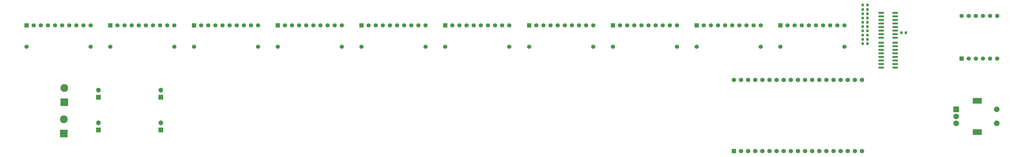
<source format=gbr>
G04 #@! TF.GenerationSoftware,KiCad,Pcbnew,(6.0.6)*
G04 #@! TF.CreationDate,2022-08-14T15:31:57+08:00*
G04 #@! TF.ProjectId,led_scroll,6c65645f-7363-4726-9f6c-6c2e6b696361,rev?*
G04 #@! TF.SameCoordinates,Original*
G04 #@! TF.FileFunction,Soldermask,Top*
G04 #@! TF.FilePolarity,Negative*
%FSLAX46Y46*%
G04 Gerber Fmt 4.6, Leading zero omitted, Abs format (unit mm)*
G04 Created by KiCad (PCBNEW (6.0.6)) date 2022-08-14 15:31:57*
%MOMM*%
%LPD*%
G01*
G04 APERTURE LIST*
G04 Aperture macros list*
%AMRoundRect*
0 Rectangle with rounded corners*
0 $1 Rounding radius*
0 $2 $3 $4 $5 $6 $7 $8 $9 X,Y pos of 4 corners*
0 Add a 4 corners polygon primitive as box body*
4,1,4,$2,$3,$4,$5,$6,$7,$8,$9,$2,$3,0*
0 Add four circle primitives for the rounded corners*
1,1,$1+$1,$2,$3*
1,1,$1+$1,$4,$5*
1,1,$1+$1,$6,$7*
1,1,$1+$1,$8,$9*
0 Add four rect primitives between the rounded corners*
20,1,$1+$1,$2,$3,$4,$5,0*
20,1,$1+$1,$4,$5,$6,$7,0*
20,1,$1+$1,$6,$7,$8,$9,0*
20,1,$1+$1,$8,$9,$2,$3,0*%
G04 Aperture macros list end*
%ADD10RoundRect,0.200000X-0.200000X-0.275000X0.200000X-0.275000X0.200000X0.275000X-0.200000X0.275000X0*%
%ADD11RoundRect,0.200000X0.200000X0.275000X-0.200000X0.275000X-0.200000X-0.275000X0.200000X-0.275000X0*%
%ADD12RoundRect,0.150000X-0.825000X-0.150000X0.825000X-0.150000X0.825000X0.150000X-0.825000X0.150000X0*%
%ADD13R,1.500000X1.500000*%
%ADD14C,1.500000*%
%ADD15C,1.560000*%
%ADD16R,1.560000X1.560000*%
%ADD17O,1.700000X1.700000*%
%ADD18R,1.700000X1.700000*%
%ADD19R,2.800000X2.800000*%
%ADD20C,2.800000*%
%ADD21R,2.000000X2.000000*%
%ADD22C,2.000000*%
%ADD23R,3.200000X2.000000*%
G04 APERTURE END LIST*
D10*
X374747000Y-196938000D03*
X376397000Y-196938000D03*
D11*
X362618000Y-200836000D03*
X360968000Y-200836000D03*
X362618000Y-199312000D03*
X360968000Y-199312000D03*
X362618000Y-197788000D03*
X360968000Y-197788000D03*
X362618000Y-196264000D03*
X360968000Y-196264000D03*
X362618000Y-194740000D03*
X360968000Y-194740000D03*
X362618000Y-193216000D03*
X360968000Y-193216000D03*
X362618000Y-191692000D03*
X360968000Y-191692000D03*
X362618000Y-190168000D03*
X360968000Y-190168000D03*
X360968000Y-188644000D03*
X362618000Y-188644000D03*
X360968000Y-187032000D03*
X362618000Y-187032000D03*
D12*
X372553000Y-200533000D03*
X372553000Y-201803000D03*
X372553000Y-203073000D03*
X372553000Y-204343000D03*
X372553000Y-205613000D03*
X372553000Y-206883000D03*
X372553000Y-208153000D03*
X372553000Y-209423000D03*
X367603000Y-209423000D03*
X367603000Y-208153000D03*
X367603000Y-206883000D03*
X367603000Y-205613000D03*
X367603000Y-204343000D03*
X367603000Y-203073000D03*
X367603000Y-201803000D03*
X367603000Y-200533000D03*
D13*
X241884000Y-194310000D03*
D14*
X244424000Y-194310000D03*
X246964000Y-194310000D03*
X249504000Y-194310000D03*
X252044000Y-194310000D03*
X254584000Y-194310000D03*
X257124000Y-194310000D03*
X259664000Y-194310000D03*
X262204000Y-194310000D03*
X264744000Y-194310000D03*
X264744000Y-201930000D03*
X241884000Y-201930000D03*
D13*
X301684000Y-194310000D03*
D14*
X304224000Y-194310000D03*
X306764000Y-194310000D03*
X309304000Y-194310000D03*
X311844000Y-194310000D03*
X314384000Y-194310000D03*
X316924000Y-194310000D03*
X319464000Y-194310000D03*
X322004000Y-194310000D03*
X324544000Y-194310000D03*
X324544000Y-201930000D03*
X301684000Y-201930000D03*
X396240000Y-190905000D03*
X398780000Y-190905000D03*
X401320000Y-190905000D03*
X403860000Y-190905000D03*
X406400000Y-190905000D03*
X408940000Y-190905000D03*
X408940000Y-206145000D03*
X406400000Y-206145000D03*
X403860000Y-206145000D03*
X401320000Y-206145000D03*
X398780000Y-206145000D03*
D13*
X396240000Y-206145000D03*
X122284000Y-194310000D03*
D14*
X124824000Y-194310000D03*
X127364000Y-194310000D03*
X129904000Y-194310000D03*
X132444000Y-194310000D03*
X134984000Y-194310000D03*
X137524000Y-194310000D03*
X140064000Y-194310000D03*
X142604000Y-194310000D03*
X145144000Y-194310000D03*
X145144000Y-201930000D03*
X122284000Y-201930000D03*
D13*
X152184000Y-194310000D03*
D14*
X154724000Y-194310000D03*
X157264000Y-194310000D03*
X159804000Y-194310000D03*
X162344000Y-194310000D03*
X164884000Y-194310000D03*
X167424000Y-194310000D03*
X169964000Y-194310000D03*
X172504000Y-194310000D03*
X175044000Y-194310000D03*
X175044000Y-201930000D03*
X152184000Y-201930000D03*
D15*
X360732000Y-213794500D03*
X358192000Y-213794500D03*
X355652000Y-213794500D03*
X353112000Y-213794500D03*
X350572000Y-213794500D03*
X348032000Y-213794500D03*
X345492000Y-213794500D03*
X342952000Y-213794500D03*
X340412000Y-213794500D03*
X337872000Y-213794500D03*
X335332000Y-213794500D03*
X332792000Y-213794500D03*
X330252000Y-213794500D03*
X327712000Y-213794500D03*
X325172000Y-213794500D03*
X322632000Y-213794500D03*
X320092000Y-213794500D03*
X317552000Y-213794500D03*
X315012000Y-213794500D03*
X360732000Y-239194500D03*
X358192000Y-239194500D03*
X355652000Y-239194500D03*
X353112000Y-239194500D03*
X350572000Y-239194500D03*
X348032000Y-239194500D03*
X345492000Y-239194500D03*
X342952000Y-239194500D03*
X340412000Y-239194500D03*
X337872000Y-239194500D03*
X335332000Y-239194500D03*
X332792000Y-239194500D03*
X330252000Y-239194500D03*
X327712000Y-239194500D03*
X325172000Y-239194500D03*
X322632000Y-239194500D03*
X320092000Y-239194500D03*
X317552000Y-239194500D03*
D16*
X315012000Y-239194500D03*
D17*
X88199000Y-229158000D03*
D18*
X88199000Y-231698000D03*
X110429000Y-231698000D03*
D17*
X110429000Y-229158000D03*
D13*
X92384000Y-194310000D03*
D14*
X94924000Y-194310000D03*
X97464000Y-194310000D03*
X100004000Y-194310000D03*
X102544000Y-194310000D03*
X105084000Y-194310000D03*
X107624000Y-194310000D03*
X110164000Y-194310000D03*
X112704000Y-194310000D03*
X115244000Y-194310000D03*
X115244000Y-201930000D03*
X92384000Y-201930000D03*
D13*
X211984000Y-194310000D03*
D14*
X214524000Y-194310000D03*
X217064000Y-194310000D03*
X219604000Y-194310000D03*
X222144000Y-194310000D03*
X224684000Y-194310000D03*
X227224000Y-194310000D03*
X229764000Y-194310000D03*
X232304000Y-194310000D03*
X234844000Y-194310000D03*
X234844000Y-201930000D03*
X211984000Y-201930000D03*
D19*
X75946000Y-221742000D03*
D20*
X75946000Y-216662000D03*
D13*
X271784000Y-194310000D03*
D14*
X274324000Y-194310000D03*
X276864000Y-194310000D03*
X279404000Y-194310000D03*
X281944000Y-194310000D03*
X284484000Y-194310000D03*
X287024000Y-194310000D03*
X289564000Y-194310000D03*
X292104000Y-194310000D03*
X294644000Y-194310000D03*
X294644000Y-201930000D03*
X271784000Y-201930000D03*
D13*
X62484000Y-194310000D03*
D14*
X65024000Y-194310000D03*
X67564000Y-194310000D03*
X70104000Y-194310000D03*
X72644000Y-194310000D03*
X75184000Y-194310000D03*
X77724000Y-194310000D03*
X80264000Y-194310000D03*
X82804000Y-194310000D03*
X85344000Y-194310000D03*
X85344000Y-201930000D03*
X62484000Y-201930000D03*
D17*
X88199000Y-217449000D03*
D18*
X88199000Y-219989000D03*
X110429000Y-219989000D03*
D17*
X110429000Y-217449000D03*
D21*
X394324000Y-224322000D03*
D22*
X394324000Y-229322000D03*
X394324000Y-226822000D03*
D23*
X401824000Y-232422000D03*
X401824000Y-221222000D03*
D22*
X408824000Y-229322000D03*
X408824000Y-224322000D03*
D13*
X182084000Y-194310000D03*
D14*
X184624000Y-194310000D03*
X187164000Y-194310000D03*
X189704000Y-194310000D03*
X192244000Y-194310000D03*
X194784000Y-194310000D03*
X197324000Y-194310000D03*
X199864000Y-194310000D03*
X202404000Y-194310000D03*
X204944000Y-194310000D03*
X204944000Y-201930000D03*
X182084000Y-201930000D03*
D12*
X372553000Y-189865000D03*
X372553000Y-191135000D03*
X372553000Y-192405000D03*
X372553000Y-193675000D03*
X372553000Y-194945000D03*
X372553000Y-196215000D03*
X372553000Y-197485000D03*
X372553000Y-198755000D03*
X367603000Y-198755000D03*
X367603000Y-197485000D03*
X367603000Y-196215000D03*
X367603000Y-194945000D03*
X367603000Y-193675000D03*
X367603000Y-192405000D03*
X367603000Y-191135000D03*
X367603000Y-189865000D03*
D19*
X75846000Y-232918000D03*
D20*
X75846000Y-227838000D03*
D13*
X331584000Y-194310000D03*
D14*
X334124000Y-194310000D03*
X336664000Y-194310000D03*
X339204000Y-194310000D03*
X341744000Y-194310000D03*
X344284000Y-194310000D03*
X346824000Y-194310000D03*
X349364000Y-194310000D03*
X351904000Y-194310000D03*
X354444000Y-194310000D03*
X354444000Y-201930000D03*
X331584000Y-201930000D03*
M02*

</source>
